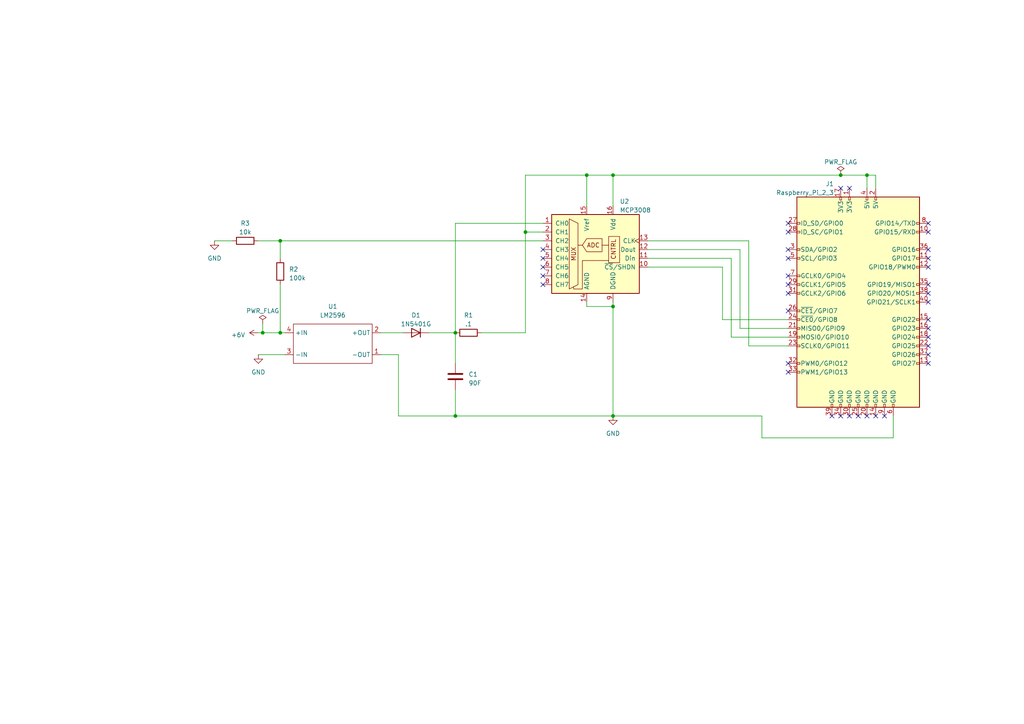
<source format=kicad_sch>
(kicad_sch (version 20230121) (generator eeschema)
  (paper "A4")
  (title_block (title "Solar Compute Migration Raspberry Pi Hat") (date "2023-03-05") (rev "1") (company "Virginia Tech") (comment 1 "Authors: Alex Santiago-Anaya, Moses Zhou"))
  (lib_symbols
    (symbol "Analog_ADC:MCP3008" (pin_names (offset 1.016))
      (property "Reference" "U" (at -5.08 13.335 0))
      (property "Value" "MCP3008" (at -5.08 11.43 0))
      (symbol "MCP3008_0_0"
        (text "ADC" (at -0.635 1.27 0) (effects (font (size 1.27 1.27))))
        (text "CNTRL" (at 5.969 -2.921 900) (effects (font (size 1.27 1.27)) (justify left bottom)))
        (text "MUX" (at -6.35 -1.27 900) (effects (font (size 1.27 1.27))))
      )
      (symbol "MCP3008_0_1"
        (polyline (pts (xy -3.81 1.27) (xy -5.08 1.27)))
        (polyline (pts (xy 1.905 1.27) (xy 3.81 1.27)))
        (polyline (pts (xy -7.62 8.89) (xy -7.62 -11.43) (xy -5.08 -10.16) (xy -5.08 7.62) (xy -7.62 8.89)))
        (polyline (pts (xy 3.81 -3.175) (xy -3.81 -3.175) (xy -3.81 -11.43) (xy -6.35 -11.43) (xy -6.35 -10.795)))
        (polyline (pts (xy 1.905 3.175) (xy 1.905 -0.635) (xy -2.54 -0.635) (xy -3.81 1.27) (xy -2.54 3.175) (xy 1.905 3.175)))
        (rectangle (start 3.81 -3.81) (end 6.985 3.81))
        (rectangle (start 12.7 -12.7) (end -12.7 10.16) (stroke (width 0.254)) (fill (type background)))
      )
      (symbol "MCP3008_1_1"
        (pin input line (at -15.24 7.62 0) (length 2.54) (name "CH0") (number "1"))
        (pin input line (at 15.24 -5.08 180) (length 2.54) (name "~{CS}/SHDN") (number "10"))
        (pin input line (at 15.24 -2.54 180) (length 2.54) (name "Din") (number "11"))
        (pin output line (at 15.24 0 180) (length 2.54) (name "Dout") (number "12"))
        (pin input clock (at 15.24 2.54 180) (length 2.54) (name "CLK") (number "13"))
        (pin power_in line (at -2.54 -15.24 90) (length 2.54) (name "AGND") (number "14"))
        (pin power_in line (at -2.54 12.7 270) (length 2.54) (name "Vref") (number "15"))
        (pin power_in line (at 5.08 12.7 270) (length 2.54) (name "Vdd") (number "16"))
        (pin input line (at -15.24 5.08 0) (length 2.54) (name "CH1") (number "2"))
        (pin input line (at -15.24 2.54 0) (length 2.54) (name "CH2") (number "3"))
        (pin input line (at -15.24 0 0) (length 2.54) (name "CH3") (number "4"))
        (pin input line (at -15.24 -2.54 0) (length 2.54) (name "CH4") (number "5"))
        (pin input line (at -15.24 -5.08 0) (length 2.54) (name "CH5") (number "6"))
        (pin input line (at -15.24 -7.62 0) (length 2.54) (name "CH6") (number "7"))
        (pin input line (at -15.24 -10.16 0) (length 2.54) (name "CH7") (number "8"))
        (pin power_in line (at 5.08 -15.24 90) (length 2.54) (name "DGND") (number "9"))
      )
    )
    (symbol "Connector:Raspberry_Pi_2_3" (pin_names (offset 1.016))
      (property "Reference" "J" (at -17.78 31.75 0))
      (property "Value" "Raspberry_Pi_2_3" (at 10.16 -31.75 0))
      (symbol "Raspberry_Pi_2_3_0_1"
        (rectangle (start -17.78 30.48) (end 17.78 -30.48) (stroke (width 0.254)) (fill (type background)))
      )
      (symbol "Raspberry_Pi_2_3_1_1"
        (rectangle (start -16.891 -17.526) (end -17.78 -18.034))
        (rectangle (start -16.891 -14.986) (end -17.78 -15.494))
        (rectangle (start -16.891 -12.446) (end -17.78 -12.954))
        (rectangle (start -16.891 -9.906) (end -17.78 -10.414))
        (rectangle (start -16.891 -7.366) (end -17.78 -7.874))
        (rectangle (start -16.891 -4.826) (end -17.78 -5.334))
        (rectangle (start -16.891 0.254) (end -17.78 -0.254))
        (rectangle (start -16.891 2.794) (end -17.78 2.286))
        (rectangle (start -16.891 5.334) (end -17.78 4.826))
        (rectangle (start -16.891 10.414) (end -17.78 9.906))
        (rectangle (start -16.891 12.954) (end -17.78 12.446))
        (rectangle (start -16.891 15.494) (end -17.78 14.986))
        (rectangle (start -16.891 20.574) (end -17.78 20.066))
        (rectangle (start -16.891 23.114) (end -17.78 22.606))
        (rectangle (start -10.414 -29.591) (end -9.906 -30.48))
        (rectangle (start -7.874 -29.591) (end -7.366 -30.48))
        (rectangle (start -5.334 -29.591) (end -4.826 -30.48))
        (rectangle (start -5.334 30.48) (end -4.826 29.591))
        (rectangle (start -2.794 -29.591) (end -2.286 -30.48))
        (rectangle (start -2.794 30.48) (end -2.286 29.591))
        (rectangle (start -0.254 -29.591) (end 0.254 -30.48))
        (rectangle (start 2.286 -29.591) (end 2.794 -30.48))
        (rectangle (start 2.286 30.48) (end 2.794 29.591))
        (rectangle (start 4.826 -29.591) (end 5.334 -30.48))
        (rectangle (start 4.826 30.48) (end 5.334 29.591))
        (rectangle (start 7.366 -29.591) (end 7.874 -30.48))
        (rectangle (start 17.78 -20.066) (end 16.891 -20.574))
        (rectangle (start 17.78 -17.526) (end 16.891 -18.034))
        (rectangle (start 17.78 -12.446) (end 16.891 -12.954))
        (rectangle (start 17.78 -9.906) (end 16.891 -10.414))
        (rectangle (start 17.78 -7.366) (end 16.891 -7.874))
        (rectangle (start 17.78 -4.826) (end 16.891 -5.334))
        (rectangle (start 17.78 -2.286) (end 16.891 -2.794))
        (rectangle (start 17.78 2.794) (end 16.891 2.286))
        (rectangle (start 17.78 5.334) (end 16.891 4.826))
        (rectangle (start 17.78 7.874) (end 16.891 7.366))
        (rectangle (start 17.78 12.954) (end 16.891 12.446))
        (rectangle (start 17.78 15.494) (end 16.891 14.986))
        (rectangle (start 17.78 20.574) (end 16.891 20.066))
        (rectangle (start 17.78 23.114) (end 16.891 22.606))
        (pin power_in line (at 2.54 33.02 270) (length 2.54) (name "3V3") (number "1"))
        (pin bidirectional line (at -20.32 20.32 0) (length 2.54) (name "GPIO15/RXD") (number "10"))
        (pin bidirectional line (at -20.32 12.7 0) (length 2.54) (name "GPIO17") (number "11"))
        (pin bidirectional line (at -20.32 10.16 0) (length 2.54) (name "GPIO18/PWM0") (number "12"))
        (pin bidirectional line (at -20.32 -17.78 0) (length 2.54) (name "GPIO27") (number "13"))
        (pin power_in line (at -5.08 -33.02 90) (length 2.54) (name "GND") (number "14"))
        (pin bidirectional line (at -20.32 -5.08 0) (length 2.54) (name "GPIO22") (number "15"))
        (pin bidirectional line (at -20.32 -7.62 0) (length 2.54) (name "GPIO23") (number "16"))
        (pin power_in line (at 5.08 33.02 270) (length 2.54) (name "3V3") (number "17"))
        (pin bidirectional line (at -20.32 -10.16 0) (length 2.54) (name "GPIO24") (number "18"))
        (pin bidirectional line (at 20.32 -10.16 180) (length 2.54) (name "MOSI0/GPIO10") (number "19"))
        (pin power_in line (at -5.08 33.02 270) (length 2.54) (name "5V") (number "2"))
        (pin power_in line (at -2.54 -33.02 90) (length 2.54) (name "GND") (number "20"))
        (pin bidirectional line (at 20.32 -7.62 180) (length 2.54) (name "MISO0/GPIO9") (number "21"))
        (pin bidirectional line (at -20.32 -12.7 0) (length 2.54) (name "GPIO25") (number "22"))
        (pin bidirectional line (at 20.32 -12.7 180) (length 2.54) (name "SCLK0/GPIO11") (number "23"))
        (pin bidirectional line (at 20.32 -5.08 180) (length 2.54) (name "~{CE0}/GPIO8") (number "24"))
        (pin power_in line (at 0 -33.02 90) (length 2.54) (name "GND") (number "25"))
        (pin bidirectional line (at 20.32 -2.54 180) (length 2.54) (name "~{CE1}/GPIO7") (number "26"))
        (pin bidirectional line (at 20.32 22.86 180) (length 2.54) (name "ID_SD/GPIO0") (number "27"))
        (pin bidirectional line (at 20.32 20.32 180) (length 2.54) (name "ID_SC/GPIO1") (number "28"))
        (pin bidirectional line (at 20.32 5.08 180) (length 2.54) (name "GCLK1/GPIO5") (number "29"))
        (pin bidirectional line (at 20.32 15.24 180) (length 2.54) (name "SDA/GPIO2") (number "3"))
        (pin power_in line (at 2.54 -33.02 90) (length 2.54) (name "GND") (number "30"))
        (pin bidirectional line (at 20.32 2.54 180) (length 2.54) (name "GCLK2/GPIO6") (number "31"))
        (pin bidirectional line (at 20.32 -17.78 180) (length 2.54) (name "PWM0/GPIO12") (number "32"))
        (pin bidirectional line (at 20.32 -20.32 180) (length 2.54) (name "PWM1/GPIO13") (number "33"))
        (pin power_in line (at 5.08 -33.02 90) (length 2.54) (name "GND") (number "34"))
        (pin bidirectional line (at -20.32 5.08 0) (length 2.54) (name "GPIO19/MISO1") (number "35"))
        (pin bidirectional line (at -20.32 15.24 0) (length 2.54) (name "GPIO16") (number "36"))
        (pin bidirectional line (at -20.32 -15.24 0) (length 2.54) (name "GPIO26") (number "37"))
        (pin bidirectional line (at -20.32 2.54 0) (length 2.54) (name "GPIO20/MOSI1") (number "38"))
        (pin power_in line (at 7.62 -33.02 90) (length 2.54) (name "GND") (number "39"))
        (pin power_in line (at -2.54 33.02 270) (length 2.54) (name "5V") (number "4"))
        (pin bidirectional line (at -20.32 0 0) (length 2.54) (name "GPIO21/SCLK1") (number "40"))
        (pin bidirectional line (at 20.32 12.7 180) (length 2.54) (name "SCL/GPIO3") (number "5"))
        (pin power_in line (at -10.16 -33.02 90) (length 2.54) (name "GND") (number "6"))
        (pin bidirectional line (at 20.32 7.62 180) (length 2.54) (name "GCLK0/GPIO4") (number "7"))
        (pin bidirectional line (at -20.32 22.86 0) (length 2.54) (name "GPIO14/TXD") (number "8"))
        (pin power_in line (at -7.62 -33.02 90) (length 2.54) (name "GND") (number "9"))
      )
    )
    (symbol "Device:C" (pin_numbers hide) (pin_names (offset 0.254))
      (property "Reference" "C" (at 0.635 2.54 0))
      (property "Value" "C" (at 0.635 -2.54 0))
      (symbol "C_0_1"
        (polyline (pts (xy -2.032 -0.762) (xy 2.032 -0.762)) (stroke (width 0.508)))
        (polyline (pts (xy -2.032 0.762) (xy 2.032 0.762)) (stroke (width 0.508)))
      )
      (symbol "C_1_1"
        (pin passive line (at 0 3.81 270) (length 2.794) (name "~") (number "1"))
        (pin passive line (at 0 -3.81 90) (length 2.794) (name "~") (number "2"))
      )
    )
    (symbol "Device:D" (pin_numbers hide) (pin_names (offset 1.016) hide)
      (property "Reference" "D" (at 0 2.54 0))
      (property "Value" "D" (at 0 -2.54 0))
      (symbol "D_0_1"
        (polyline (pts (xy -1.27 1.27) (xy -1.27 -1.27)) (stroke (width 0.254)))
        (polyline (pts (xy 1.27 0) (xy -1.27 0)))
        (polyline (pts (xy 1.27 1.27) (xy 1.27 -1.27) (xy -1.27 0) (xy 1.27 1.27)) (stroke (width 0.254)))
      )
      (symbol "D_1_1"
        (pin passive line (at -3.81 0 0) (length 2.54) (name "K") (number "1"))
        (pin passive line (at 3.81 0 180) (length 2.54) (name "A") (number "2"))
      )
    )
    (symbol "Device:R" (pin_numbers hide) (pin_names (offset 0))
      (property "Reference" "R" (at 2.032 0 90))
      (property "Value" "R" (at 0 0 90))
      (symbol "R_0_1"
        (rectangle (start -1.016 -2.54) (end 1.016 2.54) (stroke (width 0.254)))
      )
      (symbol "R_1_1"
        (pin passive line (at 0 3.81 270) (length 1.27) (name "~") (number "1"))
        (pin passive line (at 0 -3.81 90) (length 1.27) (name "~") (number "2"))
      )
    )
    (symbol "LM2596:LM2596"
      (property "Reference" "U1" (at 0 10.16 0))
      (property "Value" "LM2596" (at 0 7.62 0))
      (symbol "LM2596_0_1"
        (rectangle (start -11.43 6.35) (end 11.43 -5.08))
      )
      (symbol "LM2596_1_1"
        (pin power_out line (at -13.97 3.81 0) (length 2.54) (name "-OUT") (number "1"))
        (pin power_out line (at -13.97 -2.54 0) (length 2.54) (name "+OUT") (number "2"))
        (pin power_in line (at 13.97 3.81 180) (length 2.54) (name "-IN") (number "3"))
        (pin power_in line (at 13.97 -2.54 180) (length 2.54) (name "+IN") (number "4"))
      )
    )
    (symbol "power:+6V" (power) (pin_names (offset 0))
      (property "Value" "+6V" (at 0 3.556 0))
      (symbol "+6V_0_1"
        (polyline (pts (xy -0.762 1.27) (xy 0 2.54)))
        (polyline (pts (xy 0 0) (xy 0 2.54)))
        (polyline (pts (xy 0 2.54) (xy 0.762 1.27)))
      )
      (symbol "+6V_1_1"
        (pin power_in line (at 0 0 90) (length 0) hide (name "+6V") (number "1"))
      )
    )
    (symbol "power:GND" (power) (pin_names (offset 0))
      (property "Value" "GND" (at 0 -3.81 0))
      (symbol "GND_0_1"
        (polyline (pts (xy 0 0) (xy 0 -1.27) (xy 1.27 -1.27) (xy 0 -2.54) (xy -1.27 -1.27) (xy 0 -1.27)))
      )
      (symbol "GND_1_1"
        (pin power_in line (at 0 0 270) (length 0) hide (name "GND") (number "1"))
      )
    )
    (symbol "power:PWR_FLAG" (power) (pin_numbers hide) (pin_names (offset 0) hide)
      (property "Value" "PWR_FLAG" (at 0 3.81 0))
      (symbol "PWR_FLAG_0_0"
        (pin power_out line (at 0 0 90) (length 0) (name "pwr") (number "1"))
      )
      (symbol "PWR_FLAG_0_1"
        (polyline (pts (xy 0 0) (xy 0 1.27) (xy -1.016 1.905) (xy 0 2.54) (xy 1.016 1.905) (xy 0 1.27)))
      )
    )
  )
  (junction (at 243.84 50.8))
  (junction (at 177.8 120.65))
  (junction (at 132.08 120.65))
  (junction (at 170.18 50.8))
  (junction (at 132.08 96.52))
  (junction (at 177.8 88.9))
  (junction (at 76.2 96.52))
  (junction (at 81.28 96.52))
  (junction (at 177.8 50.8))
  (junction (at 152.4 67.31))
  (junction (at 81.28 69.85))
  (junction (at 251.46 50.8))
  (no_connect (at 269.24 72.39))
  (no_connect (at 157.48 74.93))
  (no_connect (at 228.6 107.95))
  (no_connect (at 248.92 120.65))
  (no_connect (at 251.46 120.65))
  (no_connect (at 228.6 64.77))
  (no_connect (at 228.6 74.93))
  (no_connect (at 228.6 85.09))
  (no_connect (at 228.6 82.55))
  (no_connect (at 256.54 120.65))
  (no_connect (at 228.6 80.01))
  (no_connect (at 269.24 100.33))
  (no_connect (at 269.24 105.41))
  (no_connect (at 228.6 72.39))
  (no_connect (at 243.84 54.61))
  (no_connect (at 157.48 82.55))
  (no_connect (at 228.6 67.31))
  (no_connect (at 269.24 92.71))
  (no_connect (at 269.24 85.09))
  (no_connect (at 246.38 120.65))
  (no_connect (at 269.24 102.87))
  (no_connect (at 254 120.65))
  (no_connect (at 269.24 67.31))
  (no_connect (at 241.3 120.65))
  (no_connect (at 269.24 87.63))
  (no_connect (at 269.24 95.25))
  (no_connect (at 157.48 77.47))
  (no_connect (at 269.24 82.55))
  (no_connect (at 269.24 77.47))
  (no_connect (at 228.6 90.17))
  (no_connect (at 228.6 105.41))
  (no_connect (at 157.48 80.01))
  (no_connect (at 269.24 74.93))
  (no_connect (at 246.38 54.61))
  (no_connect (at 269.24 64.77))
  (no_connect (at 243.84 120.65))
  (no_connect (at 269.24 97.79))
  (no_connect (at 157.48 72.39))
  (wire (pts (xy 187.96 72.39) (xy 214.63 72.39)))
  (wire (pts (xy 152.4 96.52) (xy 152.4 67.31)))
  (wire (pts (xy 74.93 96.52) (xy 76.2 96.52)))
  (wire (pts (xy 177.8 50.8) (xy 177.8 59.69)))
  (wire (pts (xy 81.28 96.52) (xy 82.55 96.52)))
  (wire (pts (xy 62.23 69.85) (xy 67.31 69.85)))
  (wire (pts (xy 217.17 69.85) (xy 217.17 100.33)))
  (wire (pts (xy 74.93 102.87) (xy 82.55 102.87)))
  (wire (pts (xy 74.93 69.85) (xy 81.28 69.85)))
  (wire (pts (xy 243.84 50.8) (xy 251.46 50.8)))
  (wire (pts (xy 170.18 88.9) (xy 177.8 88.9)))
  (wire (pts (xy 132.08 64.77) (xy 157.48 64.77)))
  (wire (pts (xy 139.7 96.52) (xy 152.4 96.52)))
  (wire (pts (xy 177.8 50.8) (xy 243.84 50.8)))
  (wire (pts (xy 81.28 69.85) (xy 157.48 69.85)))
  (wire (pts (xy 170.18 50.8) (xy 177.8 50.8)))
  (wire (pts (xy 214.63 95.25) (xy 228.6 95.25)))
  (wire (pts (xy 212.09 74.93) (xy 212.09 97.79)))
  (wire (pts (xy 132.08 96.52) (xy 132.08 105.41)))
  (wire (pts (xy 152.4 67.31) (xy 157.48 67.31)))
  (wire (pts (xy 177.8 120.65) (xy 177.8 88.9)))
  (wire (pts (xy 152.4 67.31) (xy 152.4 50.8)))
  (wire (pts (xy 251.46 50.8) (xy 254 50.8)))
  (wire (pts (xy 212.09 97.79) (xy 228.6 97.79)))
  (wire (pts (xy 132.08 120.65) (xy 177.8 120.65)))
  (wire (pts (xy 81.28 82.55) (xy 81.28 96.52)))
  (wire (pts (xy 110.49 102.87) (xy 115.57 102.87)))
  (wire (pts (xy 115.57 102.87) (xy 115.57 120.65)))
  (wire (pts (xy 115.57 120.65) (xy 132.08 120.65)))
  (wire (pts (xy 177.8 120.65) (xy 220.98 120.65)))
  (wire (pts (xy 124.46 96.52) (xy 132.08 96.52)))
  (wire (pts (xy 81.28 74.93) (xy 81.28 69.85)))
  (wire (pts (xy 259.08 127) (xy 259.08 120.65)))
  (wire (pts (xy 152.4 50.8) (xy 170.18 50.8)))
  (wire (pts (xy 214.63 72.39) (xy 214.63 95.25)))
  (wire (pts (xy 217.17 100.33) (xy 228.6 100.33)))
  (wire (pts (xy 177.8 88.9) (xy 177.8 87.63)))
  (wire (pts (xy 254 54.61) (xy 254 50.8)))
  (wire (pts (xy 209.55 77.47) (xy 209.55 92.71)))
  (wire (pts (xy 170.18 87.63) (xy 170.18 88.9)))
  (wire (pts (xy 251.46 50.8) (xy 251.46 54.61)))
  (wire (pts (xy 187.96 74.93) (xy 212.09 74.93)))
  (wire (pts (xy 220.98 120.65) (xy 220.98 127)))
  (wire (pts (xy 170.18 59.69) (xy 170.18 50.8)))
  (wire (pts (xy 132.08 113.03) (xy 132.08 120.65)))
  (wire (pts (xy 209.55 92.71) (xy 228.6 92.71)))
  (wire (pts (xy 110.49 96.52) (xy 116.84 96.52)))
  (wire (pts (xy 187.96 69.85) (xy 217.17 69.85)))
  (wire (pts (xy 76.2 96.52) (xy 81.28 96.52)))
  (wire (pts (xy 132.08 96.52) (xy 132.08 64.77)))
  (wire (pts (xy 220.98 127) (xy 259.08 127)))
  (wire (pts (xy 76.2 93.98) (xy 76.2 96.52)))
  (wire (pts (xy 187.96 77.47) (xy 209.55 77.47)))
  (symbol (lib_id "power:+6V") (at 74.93 96.52 90) (unit 1)
    (property "Reference" "#PWR01" (effects hide))
    (property "Value" "+20V" (at 71.12 97.155 90) (effects (justify left)))
  )
  (symbol (lib_id "power:GND") (at 177.8 120.65 0) (unit 1)
    (property "Reference" "#PWR02" (effects hide))
    (property "Value" "GND" (at 177.8 125.73 0))
  )
  (symbol (lib_id "power:GND") (at 62.23 69.85 0) (unit 1)
    (property "Reference" "#PWR04" (effects hide))
    (property "Value" "GND" (at 62.23 74.93 0))
  )
  (symbol (lib_id "power:PWR_FLAG") (at 76.2 93.98 0) (unit 1)
    (property "Reference" "#FLG01" (effects hide))
    (property "Value" "PWR_FLAG" (at 76.2 90.17 0))
  )
  (symbol (lib_id "power:PWR_FLAG") (at 243.84 50.8 0) (unit 1)
    (property "Reference" "#FLG03" (effects hide))
    (property "Value" "PWR_FLAG" (at 243.84 46.99 0))
  )
  (symbol (lib_id "Connector:Raspberry_Pi_2_3") (at 248.92 87.63 0) (mirror y) (unit 1)
    (property "Reference" "J1" (at 241.8841 53.34 0) (effects (justify left)))
    (property "Value" "Raspberry_Pi_2_3" (at 241.8841 55.88 0) (effects (justify left)))
    (property "Footprint" "Rpi:MODULE_RASPBERRY_PI_3_MODEL_B+" (effects hide))
    (property "Datasheet" "https://www.raspberrypi.org/documentation/hardware/raspberrypi/schematics/rpi_SCH_3bplus_1p0_reduced.pdf" (effects hide))
  )
  (symbol (lib_id "Device:R") (at 71.12 69.85 90) (unit 1)
    (property "Reference" "R3" (at 71.12 64.77 90))
    (property "Value" "10k" (at 71.12 67.31 90))
    (property "Footprint" "Resistors:CMF5510K000FKEB" (effects hide))
  )
  (symbol (lib_id "Device:R") (at 81.28 78.74 180) (unit 1)
    (property "Reference" "R2" (at 83.82 78.105 0) (effects (justify right)))
    (property "Value" "100k" (at 83.82 80.645 0) (effects (justify right)))
    (property "Footprint" "Resistors:CMF5510K000FKEB" (effects hide))
  )
  (symbol (lib_id "Device:C") (at 132.08 109.22 0) (unit 1)
    (property "Reference" "C1" (at 135.89 108.585 0) (effects (justify left)))
    (property "Value" "90F" (at 135.89 111.125 0) (effects (justify left)))
    (property "Footprint" "Capacitors:MAL219690112E3" (effects hide))
  )
  (symbol (lib_id "Analog_ADC:MCP3008") (at 172.72 72.39 0) (unit 1)
    (property "Reference" "U2" (at 179.7559 58.42 0) (effects (justify left)))
    (property "Value" "MCP3008" (at 179.7559 60.96 0) (effects (justify left)))
    (property "Footprint" "Package_DIP:DIP-16_W7.62mm" (effects hide))
    (property "Datasheet" "http://ww1.microchip.com/downloads/en/DeviceDoc/21295d.pdf" (effects hide))
  )
  (symbol (lib_id "LM2596:LM2596") (at 96.52 99.06 180) (unit 1)
    (property "Reference" "U1" (at 96.52 88.9 0))
    (property "Value" "LM2596" (at 96.52 91.44 0))
    (property "Footprint" "LM2596:LM2596" (effects hide))
  )
  (symbol (lib_id "Device:D") (at 120.65 96.52 180) (unit 1)
    (property "Reference" "D1" (at 120.65 91.44 0))
    (property "Value" "1N5401G" (at 120.65 93.98 0))
    (property "Footprint" "Diodes:1N5401G" (effects hide))
    (property "Sim.Device" "D" (effects hide))
    (property "Sim.Pins" "1=K 2=A" (effects hide))
  )
  (symbol (lib_id "power:GND") (at 74.93 102.87 0) (unit 1)
    (property "Reference" "#PWR03" (effects hide))
    (property "Value" "GND" (at 74.93 107.95 0))
  )
  (symbol (lib_id "Device:R") (at 135.89 96.52 90) (unit 1)
    (property "Reference" "R1" (at 135.89 91.44 90))
    (property "Value" ".1" (at 135.89 93.98 90))
    (property "Footprint" "Resistors:CPF11R0000FKEE6" (effects hide))
  )
)
</source>
